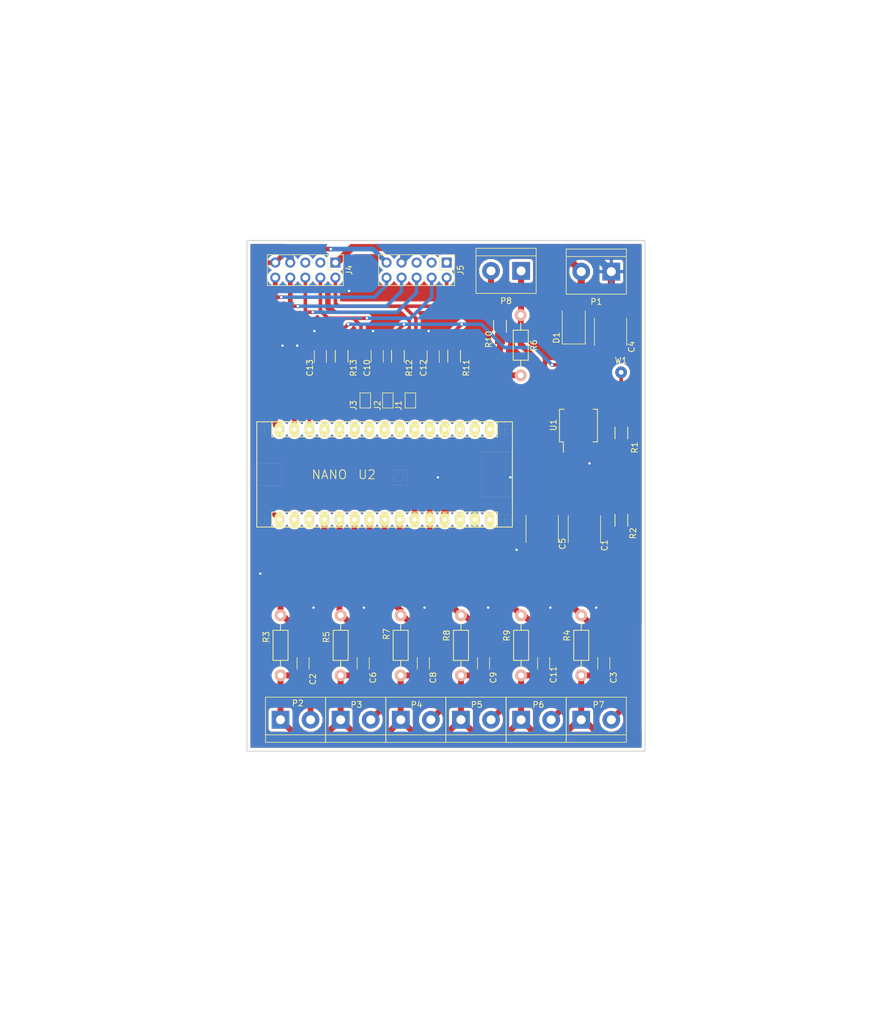
<source format=kicad_pcb>
(kicad_pcb (version 4) (host pcbnew 4.0.7-e2-6376~61~ubuntu18.04.1)
  (layers (0 F.Cu signal) (31 B.Cu signal) (34 B.Paste user) (35 F.Paste user) (36 B.SilkS user) (37 F.SilkS user) (38 B.Mask user) (39 F.Mask user) (44 Edge.Cuts user))
  (net 0 "")
  (net 1 GND)
  (net 2 /intensidad_1)
  (net 3 /v_referencia)
  (net 4 /intensidad_6)
  (net 5 VCC)
  (net 6 /intensidad_2)
  (net 7 /intensidad_3)
  (net 8 /intensidad_4)
  (net 9 /ss)
  (net 10 /intensidad_5)
  (net 11 /vcc_5v)
  (net 12 /esp_d0)
  (net 13 /esp_d1)
  (net 14 /esp_d2)
  (net 15 /mosi)
  (net 16 /miso)
  (net 17 /sck)
  (net 18 /esp_d8)
  (net 19 /esp_d3)
  (net 20 "Net-(U2-Pad2)")
  (net 21 "Net-(U2-Pad3)")
  (net 22 "Net-(U2-Pad4)")
  (net 23 "Net-(U2-Pad30)")
  (net 24 "Net-(U2-Pad28)")
  (net 25 "Net-(U2-Pad18)")
  (net 26 "Net-(U2-Pad17)")
  (net 27 "Net-(U2-Pad1)")
  (net 28 "Net-(U2-Pad5)")
  (net 29 "Net-(U2-Pad6)")
  (net 30 "Net-(U2-Pad7)")
  (net 31 "Net-(U2-Pad8)")
  (net 32 "Net-(U2-Pad9)")
  (net 33 "Net-(U2-Pad10)")
  (net 34 "Net-(U2-Pad11)")
  (net 35 "Net-(U2-Pad12)")
  (net 36 "Net-(J5-Pad1)")
  (net 37 "Net-(J5-Pad3)")
  (net 38 "Net-(J5-Pad5)")
  (net 39 "Net-(P8-Pad2)")
  (net 40 /voltage_1)
  (net 41 /v_25)
  (net 42 "Net-(U1-Pad6)")
  (module Connectors_Terminal_Blocks:TerminalBlock_bornier-2_P5.08mm (layer F.Cu) (at 86.741 154.94)
    (fp_text reference P4 (at 2.667 -2.54) (layer F.SilkS))
    (fp_text value PINZA_3)
    (pad 1 thru_hole rect (at 0 0) (size 3 3) (drill 1.52) (layers *.Cu *.Mask) (net 3 /v_referencia))
    (pad 2 thru_hole circle (at 5.08 0) (size 3 3) (drill 1.52) (layers *.Cu *.Mask) (net 7 /intensidad_3))
  )
  (module Capacitors_SMD:C_1206_HandSoldering (layer F.Cu) (at 82.75 93.536 90)
    (fp_text reference C10 (at -1.968 -1.724 90) (layer F.SilkS))
    (fp_text value 100nF)
    (pad 1 smd rect (at -2 0 90) (size 2 1.6) (layers F.Cu F.Paste F.Mask) (net 13 /esp_d1))
    (pad 2 smd rect (at 2 0 90) (size 2 1.6) (layers F.Cu F.Paste F.Mask) (net 1 GND))
  )
  (module Capacitors_SMD:C_2220_HandSoldering (layer F.Cu) (at 117.75 122.75 270)
    (fp_text reference C1 (at 2.726 -3.408 270) (layer F.SilkS))
    (fp_text value 10uF)
    (pad 1 smd rect (at -3.5 0 270) (size 2.4 5) (layers F.Cu F.Paste F.Mask) (net 41 /v_25))
    (pad 2 smd rect (at 3.5 0 270) (size 2.4 5) (layers F.Cu F.Paste F.Mask) (net 1 GND))
  )
  (module Capacitors_SMD:C_1206_HandSoldering (layer F.Cu) (at 70.231 145.415 270)
    (fp_text reference C2 (at 2.667 -1.651 270) (layer F.SilkS))
    (fp_text value 100nF)
    (pad 1 smd rect (at -2 0 270) (size 2 1.6) (layers F.Cu F.Paste F.Mask) (net 2 /intensidad_1))
    (pad 2 smd rect (at 2 0 270) (size 2 1.6) (layers F.Cu F.Paste F.Mask) (net 3 /v_referencia))
  )
  (module Capacitors_SMD:C_1206_HandSoldering (layer F.Cu) (at 121.031 145.415 270)
    (fp_text reference C3 (at 2.413 -1.651 270) (layer F.SilkS))
    (fp_text value 100nF)
    (pad 1 smd rect (at -2 0 270) (size 2 1.6) (layers F.Cu F.Paste F.Mask) (net 4 /intensidad_6))
    (pad 2 smd rect (at 2 0 270) (size 2 1.6) (layers F.Cu F.Paste F.Mask) (net 3 /v_referencia))
  )
  (module Capacitors_SMD:C_2220_HandSoldering (layer F.Cu) (at 122.174 89.408 90)
    (fp_text reference C4 (at -2.54 3.556 90) (layer F.SilkS))
    (fp_text value 10uF)
    (pad 1 smd rect (at -3.5 0 90) (size 2.4 5) (layers F.Cu F.Paste F.Mask) (net 5 VCC))
    (pad 2 smd rect (at 3.5 0 90) (size 2.4 5) (layers F.Cu F.Paste F.Mask) (net 1 GND))
  )
  (module Capacitors_SMD:C_2220_HandSoldering (layer F.Cu) (at 110.621 122.702 270)
    (fp_text reference C5 (at 2.52 -3.425 270) (layer F.SilkS))
    (fp_text value 10uF)
    (pad 1 smd rect (at -3.5 0 270) (size 2.4 5) (layers F.Cu F.Paste F.Mask) (net 3 /v_referencia))
    (pad 2 smd rect (at 3.5 0 270) (size 2.4 5) (layers F.Cu F.Paste F.Mask) (net 1 GND))
  )
  (module Capacitors_SMD:C_1206_HandSoldering (layer F.Cu) (at 80.391 145.415 270)
    (fp_text reference C6 (at 2.413 -1.651 270) (layer F.SilkS))
    (fp_text value 100nF)
    (pad 1 smd rect (at -2 0 270) (size 2 1.6) (layers F.Cu F.Paste F.Mask) (net 6 /intensidad_2))
    (pad 2 smd rect (at 2 0 270) (size 2 1.6) (layers F.Cu F.Paste F.Mask) (net 3 /v_referencia))
  )
  (module Capacitors_SMD:C_1206_HandSoldering (layer F.Cu) (at 90.551 145.415 270)
    (fp_text reference C8 (at 2.413 -1.651 270) (layer F.SilkS))
    (fp_text value 100nF)
    (pad 1 smd rect (at -2 0 270) (size 2 1.6) (layers F.Cu F.Paste F.Mask) (net 7 /intensidad_3))
    (pad 2 smd rect (at 2 0 270) (size 2 1.6) (layers F.Cu F.Paste F.Mask) (net 3 /v_referencia))
  )
  (module Capacitors_SMD:C_1206_HandSoldering (layer F.Cu) (at 100.711 145.415 270)
    (fp_text reference C9 (at 2.413 -1.651 270) (layer F.SilkS))
    (fp_text value 100nF)
    (pad 1 smd rect (at -2 0 270) (size 2 1.6) (layers F.Cu F.Paste F.Mask) (net 8 /intensidad_4))
    (pad 2 smd rect (at 2 0 270) (size 2 1.6) (layers F.Cu F.Paste F.Mask) (net 3 /v_referencia))
  )
  (module Capacitors_SMD:C_1206_HandSoldering (layer F.Cu) (at 110.871 145.415 270)
    (fp_text reference C11 (at 1.905 -1.651 270) (layer F.SilkS))
    (fp_text value 100nF)
    (pad 1 smd rect (at -2 0 270) (size 2 1.6) (layers F.Cu F.Paste F.Mask) (net 10 /intensidad_5))
    (pad 2 smd rect (at 2 0 270) (size 2 1.6) (layers F.Cu F.Paste F.Mask) (net 3 /v_referencia))
  )
  (module Diodes_SMD:D_2114 (layer F.Cu) (at 115.951 88.011 90)
    (fp_text reference D1 (at -2.413 -2.921 90) (layer F.SilkS))
    (fp_text value schottky)
    (pad 1 smd rect (at -2.325 0 90) (size 2 3) (layers F.Cu F.Paste F.Mask) (net 5 VCC))
    (pad 2 smd rect (at 2.325 0 90) (size 2 3) (layers F.Cu F.Paste F.Mask) (net 11 /vcc_5v))
  )
  (module Connectors:GS2 (layer F.Cu) (at 88.356 101.009 180)
    (fp_text reference J1 (at 1.996 -0.845 270) (layer F.SilkS))
    (fp_text value GS2)
    (pad 1 smd rect (at 0 -0.64 180) (size 1.27 0.97) (layers F.Cu F.Paste F.Mask) (net 9 /ss))
    (pad 2 smd rect (at 0 0.64 180) (size 1.27 0.97) (layers F.Cu F.Paste F.Mask) (net 14 /esp_d2))
  )
  (module Connectors:GS2 (layer F.Cu) (at 84.546 101.009 180)
    (fp_text reference J2 (at 1.742 -0.845 270) (layer F.SilkS))
    (fp_text value GS2)
    (pad 1 smd rect (at 0 -0.64 180) (size 1.27 0.97) (layers F.Cu F.Paste F.Mask) (net 9 /ss))
    (pad 2 smd rect (at 0 0.64 180) (size 1.27 0.97) (layers F.Cu F.Paste F.Mask) (net 13 /esp_d1))
  )
  (module Connectors:GS2 (layer F.Cu) (at 80.736 101.009 180)
    (fp_text reference J3 (at 1.996 -0.845 270) (layer F.SilkS))
    (fp_text value GS2)
    (pad 1 smd rect (at 0 -0.64 180) (size 1.27 0.97) (layers F.Cu F.Paste F.Mask) (net 9 /ss))
    (pad 2 smd rect (at 0 0.64 180) (size 1.27 0.97) (layers F.Cu F.Paste F.Mask) (net 12 /esp_d0))
  )
  (module Connectors_Terminal_Blocks:TerminalBlock_bornier-2_P5.08mm (layer F.Cu) (at 122.301 79.248 180)
    (fp_text reference P1 (at 2.54 -5.08 180) (layer F.SilkS))
    (fp_text value V_IN)
    (pad 1 thru_hole rect (at 0 0 180) (size 3 3) (drill 1.52) (layers *.Cu *.Mask) (net 1 GND))
    (pad 2 thru_hole circle (at 5.08 0 180) (size 3 3) (drill 1.52) (layers *.Cu *.Mask) (net 11 /vcc_5v))
  )
  (module Connectors_Terminal_Blocks:TerminalBlock_bornier-2_P5.08mm (layer F.Cu) (at 66.421 154.94)
    (fp_text reference P2 (at 2.921 -2.794) (layer F.SilkS))
    (fp_text value PINZA_1)
    (pad 1 thru_hole rect (at 0 0) (size 3 3) (drill 1.52) (layers *.Cu *.Mask) (net 3 /v_referencia))
    (pad 2 thru_hole circle (at 5.08 0) (size 3 3) (drill 1.52) (layers *.Cu *.Mask) (net 2 /intensidad_1))
  )
  (module Connectors_Terminal_Blocks:TerminalBlock_bornier-2_P5.08mm (layer F.Cu) (at 76.581 154.94)
    (fp_text reference P3 (at 2.667 -2.54) (layer F.SilkS))
    (fp_text value PINZA_2)
    (pad 1 thru_hole rect (at 0 0) (size 3 3) (drill 1.52) (layers *.Cu *.Mask) (net 3 /v_referencia))
    (pad 2 thru_hole circle (at 5.08 0) (size 3 3) (drill 1.52) (layers *.Cu *.Mask) (net 6 /intensidad_2))
  )
  (module Connectors_Terminal_Blocks:TerminalBlock_bornier-2_P5.08mm (layer F.Cu) (at 96.901 154.94)
    (fp_text reference P5 (at 2.667 -2.54) (layer F.SilkS))
    (fp_text value PINZA_4)
    (pad 1 thru_hole rect (at 0 0) (size 3 3) (drill 1.52) (layers *.Cu *.Mask) (net 3 /v_referencia))
    (pad 2 thru_hole circle (at 5.08 0) (size 3 3) (drill 1.52) (layers *.Cu *.Mask) (net 8 /intensidad_4))
  )
  (module Connectors_Terminal_Blocks:TerminalBlock_bornier-2_P5.08mm (layer F.Cu) (at 107.061 154.94)
    (fp_text reference P6 (at 2.921 -2.54) (layer F.SilkS))
    (fp_text value PINZA_5)
    (pad 1 thru_hole rect (at 0 0) (size 3 3) (drill 1.52) (layers *.Cu *.Mask) (net 3 /v_referencia))
    (pad 2 thru_hole circle (at 5.08 0) (size 3 3) (drill 1.52) (layers *.Cu *.Mask) (net 10 /intensidad_5))
  )
  (module Connectors_Terminal_Blocks:TerminalBlock_bornier-2_P5.08mm (layer F.Cu) (at 117.221 154.94)
    (fp_text reference P7 (at 2.921 -2.54) (layer F.SilkS))
    (fp_text value PINZA_6)
    (pad 1 thru_hole rect (at 0 0) (size 3 3) (drill 1.52) (layers *.Cu *.Mask) (net 3 /v_referencia))
    (pad 2 thru_hole circle (at 5.08 0) (size 3 3) (drill 1.52) (layers *.Cu *.Mask) (net 4 /intensidad_6))
  )
  (module Connectors_Terminal_Blocks:TerminalBlock_bornier-2_P5.08mm (layer F.Cu) (at 107.061 79.121 180)
    (fp_text reference P8 (at 2.54 -5.08 180) (layer F.SilkS))
    (fp_text value PINZA_7)
    (pad 1 thru_hole rect (at 0 0 180) (size 3 3) (drill 1.52) (layers *.Cu *.Mask) (net 3 /v_referencia))
    (pad 2 thru_hole circle (at 5.08 0 180) (size 3 3) (drill 1.52) (layers *.Cu *.Mask) (net 39 "Net-(P8-Pad2)"))
  )
  (module libreria_huellas_proyecto:Resistor_Horizontal_RM10mm (layer F.Cu) (at 66.421 137.287 270)
    (fp_text reference R3 (at 3.683 2.413 270) (layer F.SilkS))
    (fp_text value 10k)
    (pad 1 thru_hole circle (at 0 0 270) (size 1.99898 1.99898) (drill 1.00076) (layers *.Cu *.SilkS *.Mask) (net 2 /intensidad_1))
    (pad 2 thru_hole circle (at 10.16 0 270) (size 1.99898 1.99898) (drill 1.00076) (layers *.Cu *.SilkS *.Mask) (net 3 /v_referencia))
  )
  (module libreria_huellas_proyecto:Resistor_Horizontal_RM10mm (layer F.Cu) (at 117.221 137.287 270)
    (fp_text reference R4 (at 3.429 2.413 270) (layer F.SilkS))
    (fp_text value 10k)
    (pad 1 thru_hole circle (at 0 0 270) (size 1.99898 1.99898) (drill 1.00076) (layers *.Cu *.SilkS *.Mask) (net 4 /intensidad_6))
    (pad 2 thru_hole circle (at 10.16 0 270) (size 1.99898 1.99898) (drill 1.00076) (layers *.Cu *.SilkS *.Mask) (net 3 /v_referencia))
  )
  (module libreria_huellas_proyecto:Resistor_Horizontal_RM10mm (layer F.Cu) (at 76.581 137.287 270)
    (fp_text reference R5 (at 3.683 2.413 270) (layer F.SilkS))
    (fp_text value 10k)
    (pad 1 thru_hole circle (at 0 0 270) (size 1.99898 1.99898) (drill 1.00076) (layers *.Cu *.SilkS *.Mask) (net 6 /intensidad_2))
    (pad 2 thru_hole circle (at 10.16 0 270) (size 1.99898 1.99898) (drill 1.00076) (layers *.Cu *.SilkS *.Mask) (net 3 /v_referencia))
  )
  (module libreria_huellas_proyecto:Resistor_Horizontal_RM10mm (layer F.Cu) (at 86.7156 137.287 270)
    (fp_text reference R7 (at 3.175 2.3876 270) (layer F.SilkS))
    (fp_text value 10k)
    (pad 1 thru_hole circle (at 0 0 270) (size 1.99898 1.99898) (drill 1.00076) (layers *.Cu *.SilkS *.Mask) (net 7 /intensidad_3))
    (pad 2 thru_hole circle (at 10.16 0 270) (size 1.99898 1.99898) (drill 1.00076) (layers *.Cu *.SilkS *.Mask) (net 3 /v_referencia))
  )
  (module libreria_huellas_proyecto:Resistor_Horizontal_RM10mm (layer F.Cu) (at 96.901 137.287 270)
    (fp_text reference R8 (at 3.429 2.413 270) (layer F.SilkS))
    (fp_text value 10k)
    (pad 1 thru_hole circle (at 0 0 270) (size 1.99898 1.99898) (drill 1.00076) (layers *.Cu *.SilkS *.Mask) (net 8 /intensidad_4))
    (pad 2 thru_hole circle (at 10.16 0 270) (size 1.99898 1.99898) (drill 1.00076) (layers *.Cu *.SilkS *.Mask) (net 3 /v_referencia))
  )
  (module libreria_huellas_proyecto:Resistor_Horizontal_RM10mm (layer F.Cu) (at 107.061 137.287 270)
    (fp_text reference R9 (at 3.429 2.413 270) (layer F.SilkS))
    (fp_text value 10k)
    (pad 1 thru_hole circle (at 0 0 270) (size 1.99898 1.99898) (drill 1.00076) (layers *.Cu *.SilkS *.Mask) (net 10 /intensidad_5))
    (pad 2 thru_hole circle (at 10.16 0 270) (size 1.99898 1.99898) (drill 1.00076) (layers *.Cu *.SilkS *.Mask) (net 3 /v_referencia))
  )
  (module Housings_SOIC:SO-8_5.3x6.2mm_Pitch1.27mm (layer F.Cu) (at 116.75 105.25 90)
    (fp_text reference U1 (at 0.094 -4.228 90) (layer F.SilkS))
    (fp_text value LM358)
    (pad 1 smd rect (at -3.7 -1.905 90) (size 1.75 0.55) (layers F.Cu F.Paste F.Mask) (net 3 /v_referencia))
    (pad 2 smd rect (at -3.7 -0.635 90) (size 1.75 0.55) (layers F.Cu F.Paste F.Mask) (net 3 /v_referencia))
    (pad 3 smd rect (at -3.7 0.635 90) (size 1.75 0.55) (layers F.Cu F.Paste F.Mask) (net 41 /v_25))
    (pad 4 smd rect (at -3.7 1.905 90) (size 1.75 0.55) (layers F.Cu F.Paste F.Mask) (net 1 GND))
    (pad 5 smd rect (at 3.7 1.905 90) (size 1.75 0.55) (layers F.Cu F.Paste F.Mask) (net 41 /v_25))
    (pad 6 smd rect (at 3.7 0.635 90) (size 1.75 0.55) (layers F.Cu F.Paste F.Mask) (net 42 "Net-(U1-Pad6)"))
    (pad 7 smd rect (at 3.7 -0.635 90) (size 1.75 0.55) (layers F.Cu F.Paste F.Mask) (net 42 "Net-(U1-Pad6)"))
    (pad 8 smd rect (at 3.7 -1.905 90) (size 1.75 0.55) (layers F.Cu F.Paste F.Mask) (net 5 VCC))
  )
  (module libreria_huellas_proyecto:arduino_nano (layer F.Cu) (at 84 113.5 270)
    (fp_text reference U2 (at 0.038 2.974 360) (layer F.SilkS) (effects (font (size 1.5 1.5))))
    (fp_text value NANO (at 0.038 9.324 360) (layer F.SilkS) (effects (font (size 1.5 1.5))))
    (pad 2 thru_hole oval (at -7.62 -15.24 270) (size 2.286 1.5748) (drill 0.762) (layers *.Cu *.Mask F.SilkS) (net 20 "Net-(U2-Pad2)"))
    (pad 3 thru_hole oval (at -7.62 -12.7 270) (size 2.286 1.5748) (drill 0.762) (layers *.Cu *.Mask F.SilkS) (net 21 "Net-(U2-Pad3)"))
    (pad 4 thru_hole oval (at -7.62 -10.16 270) (size 2.286 1.5748) (drill 0.762) (layers *.Cu *.Mask F.SilkS) (net 22 "Net-(U2-Pad4)"))
    (pad 30 thru_hole oval (at 7.62 -17.78 270) (size 2.286 1.5748) (drill 0.762) (layers *.Cu *.Mask F.SilkS) (net 23 "Net-(U2-Pad30)"))
    (pad 29 thru_hole oval (at 7.62 -15.24 270) (size 2.286 1.5748) (drill 0.762) (layers *.Cu *.Mask F.SilkS) (net 1 GND))
    (pad 28 thru_hole oval (at 7.62 -12.7 270) (size 2.286 1.5748) (drill 0.762) (layers *.Cu *.Mask F.SilkS) (net 24 "Net-(U2-Pad28)"))
    (pad 27 thru_hole oval (at 7.62 -10.16 270) (size 2.286 1.5748) (drill 0.762) (layers *.Cu *.Mask F.SilkS) (net 5 VCC))
    (pad 19 thru_hole oval (at 7.62 10.16 270) (size 2.286 1.5748) (drill 0.762) (layers *.Cu *.Mask F.SilkS) (net 2 /intensidad_1))
    (pad 18 thru_hole oval (at 7.62 12.7 270) (size 2.286 1.5748) (drill 0.762) (layers *.Cu *.Mask F.SilkS) (net 25 "Net-(U2-Pad18)"))
    (pad 17 thru_hole oval (at 7.62 15.24 270) (size 2.286 1.5748) (drill 0.762) (layers *.Cu *.Mask F.SilkS) (net 26 "Net-(U2-Pad17)"))
    (pad 1 thru_hole oval (at -7.62 -17.78 270) (size 2.286 1.5748) (drill 0.762) (layers *.Cu *.Mask F.SilkS) (net 27 "Net-(U2-Pad1)"))
    (pad 5 thru_hole oval (at -7.62 -7.62 270) (size 2.286 1.5748) (drill 0.762) (layers *.Cu *.Mask F.SilkS) (net 28 "Net-(U2-Pad5)"))
    (pad 6 thru_hole oval (at -7.62 -5.08 270) (size 2.286 1.5748) (drill 0.762) (layers *.Cu *.Mask F.SilkS) (net 29 "Net-(U2-Pad6)"))
    (pad 7 thru_hole oval (at -7.62 -2.54 270) (size 2.286 1.5748) (drill 0.762) (layers *.Cu *.Mask F.SilkS) (net 30 "Net-(U2-Pad7)"))
    (pad 8 thru_hole oval (at -7.62 0 270) (size 2.286 1.5748) (drill 0.762) (layers *.Cu *.Mask F.SilkS) (net 31 "Net-(U2-Pad8)"))
    (pad 9 thru_hole oval (at -7.62 2.54 270) (size 2.286 1.5748) (drill 0.762) (layers *.Cu *.Mask F.SilkS) (net 32 "Net-(U2-Pad9)"))
    (pad 10 thru_hole oval (at -7.62 5.08 270) (size 2.286 1.5748) (drill 0.762) (layers *.Cu *.Mask F.SilkS) (net 33 "Net-(U2-Pad10)"))
    (pad 11 thru_hole oval (at -7.62 7.62 270) (size 2.286 1.5748) (drill 0.762) (layers *.Cu *.Mask F.SilkS) (net 34 "Net-(U2-Pad11)"))
    (pad 12 thru_hole oval (at -7.62 10.16 270) (size 2.286 1.5748) (drill 0.762) (layers *.Cu *.Mask F.SilkS) (net 35 "Net-(U2-Pad12)"))
    (pad 13 thru_hole oval (at -7.62 12.7 270) (size 2.286 1.5748) (drill 0.762) (layers *.Cu *.Mask F.SilkS) (net 9 /ss))
    (pad 14 thru_hole oval (at -7.62 15.24 270) (size 2.286 1.5748) (drill 0.762) (layers *.Cu *.Mask F.SilkS) (net 15 /mosi))
    (pad 15 thru_hole oval (at -7.62 17.78 270) (size 2.286 1.5748) (drill 0.762) (layers *.Cu *.Mask F.SilkS) (net 16 /miso))
    (pad 16 thru_hole oval (at 7.62 17.78 270) (size 2.286 1.5748) (drill 0.762) (layers *.Cu *.Mask F.SilkS) (net 17 /sck))
    (pad 20 thru_hole oval (at 7.62 7.62 270) (size 2.286 1.5748) (drill 0.762) (layers *.Cu *.Mask F.SilkS) (net 6 /intensidad_2))
    (pad 21 thru_hole oval (at 7.62 5.08 270) (size 2.286 1.5748) (drill 0.762) (layers *.Cu *.Mask F.SilkS) (net 7 /intensidad_3))
    (pad 22 thru_hole oval (at 7.62 2.54 270) (size 2.286 1.5748) (drill 0.762) (layers *.Cu *.Mask F.SilkS) (net 8 /intensidad_4))
    (pad 23 thru_hole oval (at 7.62 0 270) (size 2.286 1.5748) (drill 0.762) (layers *.Cu *.Mask F.SilkS) (net 10 /intensidad_5))
    (pad 24 thru_hole oval (at 7.62 -2.54 270) (size 2.286 1.5748) (drill 0.762) (layers *.Cu *.Mask F.SilkS) (net 4 /intensidad_6))
    (pad 25 thru_hole oval (at 7.62 -5.08 270) (size 2.286 1.5748) (drill 0.762) (layers *.Cu *.Mask F.SilkS) (net 40 /voltage_1))
    (pad 26 thru_hole oval (at 7.62 -7.62 270) (size 2.286 1.5748) (drill 0.762) (layers *.Cu *.Mask F.SilkS) (net 3 /v_referencia))
  )
  (module Wire_Pads:SolderWirePad_single_0-8mmDrill (layer F.Cu) (at 123.952 96.266)
    (fp_text reference W1 (at -0.02 -2.004) (layer F.SilkS))
    (fp_text value +5V)
    (pad 1 thru_hole circle (at 0 0) (size 1.99898 1.99898) (drill 0.8001) (layers *.Cu *.Mask) (net 5 VCC))
  )
  (module oscar_libreria_huellas:Pin_Header_Straight_2x05_Pitch2.54mm_onsar (layer F.Cu) (at 75.692 77.724 270)
    (fp_text reference J4 (at 1.27 -2.33 270) (layer F.SilkS))
    (fp_text value Conn_02x05_Odd_Even)
    (pad 1 thru_hole rect (at 0 0 270) (size 1.7 1.7) (drill 1) (layers *.Cu *.Mask) (net 11 /vcc_5v))
    (pad 2 thru_hole oval (at 2.54 0 270) (size 1.7 1.7) (drill 1) (layers *.Cu *.Mask) (net 14 /esp_d2))
    (pad 3 thru_hole oval (at 0 2.54 270) (size 1.7 1.7) (drill 1) (layers *.Cu *.Mask) (net 18 /esp_d8))
    (pad 4 thru_hole oval (at 2.54 2.54 270) (size 1.7 1.7) (drill 1) (layers *.Cu *.Mask) (net 13 /esp_d1))
    (pad 5 thru_hole oval (at 0 5.08 270) (size 1.7 1.7) (drill 1) (layers *.Cu *.Mask) (net 19 /esp_d3))
    (pad 6 thru_hole oval (at 2.54 5.08 270) (size 1.7 1.7) (drill 1) (layers *.Cu *.Mask) (net 12 /esp_d0))
    (pad 7 thru_hole oval (at 0 7.62 270) (size 1.7 1.7) (drill 1) (layers *.Cu *.Mask) (net 1 GND))
    (pad 8 thru_hole oval (at 2.54 7.62 270) (size 1.7 1.7) (drill 1) (layers *.Cu *.Mask) (net 15 /mosi))
    (pad 9 thru_hole oval (at 0 10.16 270) (size 1.7 1.7) (drill 1) (layers *.Cu *.Mask) (net 17 /sck))
    (pad 10 thru_hole oval (at 2.54 10.16 270) (size 1.7 1.7) (drill 1) (layers *.Cu *.Mask) (net 16 /miso))
  )
  (module oscar_libreria_huellas:Pin_Header_Straight_2x05_Pitch2.54mm_onsar (layer F.Cu) (at 94.488 77.724 270)
    (fp_text reference J5 (at 1.27 -2.33 270) (layer F.SilkS))
    (fp_text value Conn_02x05_Odd_Even)
    (pad 1 thru_hole rect (at 0 0 270) (size 1.7 1.7) (drill 1) (layers *.Cu *.Mask) (net 36 "Net-(J5-Pad1)"))
    (pad 2 thru_hole oval (at 2.54 0 270) (size 1.7 1.7) (drill 1) (layers *.Cu *.Mask) (net 14 /esp_d2))
    (pad 3 thru_hole oval (at 0 2.54 270) (size 1.7 1.7) (drill 1) (layers *.Cu *.Mask) (net 37 "Net-(J5-Pad3)"))
    (pad 4 thru_hole oval (at 2.54 2.54 270) (size 1.7 1.7) (drill 1) (layers *.Cu *.Mask) (net 13 /esp_d1))
    (pad 5 thru_hole oval (at 0 5.08 270) (size 1.7 1.7) (drill 1) (layers *.Cu *.Mask) (net 38 "Net-(J5-Pad5)"))
    (pad 6 thru_hole oval (at 2.54 5.08 270) (size 1.7 1.7) (drill 1) (layers *.Cu *.Mask) (net 12 /esp_d0))
    (pad 7 thru_hole oval (at 0 7.62 270) (size 1.7 1.7) (drill 1) (layers *.Cu *.Mask) (net 1 GND))
    (pad 8 thru_hole oval (at 2.54 7.62 270) (size 1.7 1.7) (drill 1) (layers *.Cu *.Mask) (net 15 /mosi))
    (pad 9 thru_hole oval (at 0 10.16 270) (size 1.7 1.7) (drill 1) (layers *.Cu *.Mask) (net 17 /sck))
    (pad 10 thru_hole oval (at 2.54 10.16 270) (size 1.7 1.7) (drill 1) (layers *.Cu *.Mask) (net 16 /miso))
  )
  (module Resistors_SMD:R_1206_HandSoldering (layer F.Cu) (at 124 106.5 270)
    (fp_text reference R1 (at 2.466 -2.238 270) (layer F.SilkS))
    (fp_text value 4K7)
    (pad 1 smd rect (at -2 0 270) (size 2 1.7) (layers F.Cu F.Paste F.Mask) (net 5 VCC))
    (pad 2 smd rect (at 2 0 270) (size 2 1.7) (layers F.Cu F.Paste F.Mask) (net 41 /v_25))
  )
  (module Resistors_SMD:R_1206_HandSoldering (layer F.Cu) (at 124 121.25 270)
    (fp_text reference R2 (at 2.194 -1.984 270) (layer F.SilkS))
    (fp_text value 4K7)
    (pad 1 smd rect (at -2 0 270) (size 2 1.7) (layers F.Cu F.Paste F.Mask) (net 41 /v_25))
    (pad 2 smd rect (at 2 0 270) (size 2 1.7) (layers F.Cu F.Paste F.Mask) (net 1 GND))
  )
  (module libreria_huellas_proyecto:Resistor_Horizontal_RM10mm (layer F.Cu) (at 107 96.75 90)
    (fp_text reference R6 (at 5.056 2.22 90) (layer F.SilkS))
    (fp_text value 1k)
    (pad 1 thru_hole circle (at 0 0 90) (size 1.99898 1.99898) (drill 1.00076) (layers *.Cu *.SilkS *.Mask) (net 40 /voltage_1))
    (pad 2 thru_hole circle (at 10.16 0 90) (size 1.99898 1.99898) (drill 1.00076) (layers *.Cu *.SilkS *.Mask) (net 3 /v_referencia))
  )
  (module Resistors_SMD:R_1206_HandSoldering (layer F.Cu) (at 103.5 88.5 90)
    (fp_text reference R10 (at -2.178 -1.9 90) (layer F.SilkS))
    (fp_text value 10k)
    (pad 1 smd rect (at -2 0 90) (size 2 1.7) (layers F.Cu F.Paste F.Mask) (net 40 /voltage_1))
    (pad 2 smd rect (at 2 0 90) (size 2 1.7) (layers F.Cu F.Paste F.Mask) (net 39 "Net-(P8-Pad2)"))
  )
  (module Resistors_SMD:R_1206_HandSoldering (layer F.Cu) (at 95.75 93.536 270)
    (fp_text reference R11 (at 1.968 -2.04 270) (layer F.SilkS))
    (fp_text value 4K7)
    (pad 1 smd rect (at -2 0 270) (size 2 1.7) (layers F.Cu F.Paste F.Mask) (net 5 VCC))
    (pad 2 smd rect (at 2 0 270) (size 2 1.7) (layers F.Cu F.Paste F.Mask) (net 14 /esp_d2))
  )
  (module Resistors_SMD:R_1206_HandSoldering (layer F.Cu) (at 86.25 93.536 270)
    (fp_text reference R12 (at 1.968 -1.888 270) (layer F.SilkS))
    (fp_text value 4K7)
    (pad 1 smd rect (at -2 0 270) (size 2 1.7) (layers F.Cu F.Paste F.Mask) (net 5 VCC))
    (pad 2 smd rect (at 2 0 270) (size 2 1.7) (layers F.Cu F.Paste F.Mask) (net 13 /esp_d1))
  )
  (module Resistors_SMD:R_1206_HandSoldering (layer F.Cu) (at 76.75 93.536 270)
    (fp_text reference R13 (at 1.968 -1.99 270) (layer F.SilkS))
    (fp_text value 4K7)
    (pad 1 smd rect (at -2 0 270) (size 2 1.7) (layers F.Cu F.Paste F.Mask) (net 5 VCC))
    (pad 2 smd rect (at 2 0 270) (size 2 1.7) (layers F.Cu F.Paste F.Mask) (net 12 /esp_d0))
  )
  (module Capacitors_SMD:C_1206_HandSoldering (layer F.Cu) (at 73.152 93.599 90)
    (fp_text reference C13 (at -1.905 -1.778 90) (layer F.SilkS))
    (fp_text value 100nF)
    (pad 1 smd rect (at -2 0 90) (size 2 1.6) (layers F.Cu F.Paste F.Mask) (net 12 /esp_d0))
    (pad 2 smd rect (at 2 0 90) (size 2 1.6) (layers F.Cu F.Paste F.Mask) (net 1 GND))
  )
  (module Capacitors_SMD:C_1206_HandSoldering (layer F.Cu) (at 92.202 93.599 90)
    (fp_text reference C12 (at -1.905 -1.651 90) (layer F.SilkS))
    (fp_text value 100nF)
    (pad 1 smd rect (at -2 0 90) (size 2 1.6) (layers F.Cu F.Paste F.Mask) (net 14 /esp_d2))
    (pad 2 smd rect (at 2 0 90) (size 2 1.6) (layers F.Cu F.Paste F.Mask) (net 1 GND))
  )
  (gr_line (start 60.75 160.25) (end 60.75 74) (angle 90) (layer Edge.Cuts) (width 0.15))
  (gr_line (start 128 160.25) (end 60.75 160.25) (angle 90) (layer Edge.Cuts) (width 0.15))
  (gr_line (start 128 74) (end 128 160.25) (angle 90) (layer Edge.Cuts) (width 0.15))
  (gr_line (start 60.75 74) (end 128 74) (angle 90) (layer Edge.Cuts) (width 0.15))
  (gr_line (start 60.75 74) (end 128 74) (angle 90) (layer Edge.Cuts) (width 0.15))
  (segment (start 91.25 115.824) (end 91.25 115.75) (width 0.8) (layer B.Cu) (net 1))
  (segment (start 93 114) (end 94 113) (width 0.8) (layer F.Cu) (net 1))
  (via (at 93 114) (size 0.6) (drill 0.4) (layers F.Cu B.Cu) (net 1))
  (segment (start 91.25 115.75) (end 93 114) (width 0.8) (layer B.Cu) (net 1))
  (segment (start 103.5 115.824) (end 103.5 115.75) (width 0.8) (layer B.Cu) (net 1))
  (segment (start 105.25 114) (end 106 113.25) (width 0.8) (layer F.Cu) (net 1))
  (via (at 105.25 114) (size 0.6) (drill 0.4) (layers F.Cu B.Cu) (net 1))
  (segment (start 103.5 115.75) (end 105.25 114) (width 0.8) (layer B.Cu) (net 1))
  (segment (start 62.992 82.5) (end 78 82.5) (width 0.8) (layer B.Cu) (net 1))
  (segment (start 78 82.5) (end 79.25 81.25) (width 0.8) (layer F.Cu) (net 1))
  (via (at 78 82.5) (size 0.6) (drill 0.4) (layers F.Cu B.Cu) (net 1))
  (segment (start 63.102 127.5) (end 63.102 130.148) (width 1.2) (layer B.Cu) (net 1))
  (segment (start 63 130.25) (end 63 132.75) (width 1.2) (layer F.Cu) (net 1))
  (via (at 63 130.25) (size 0.6) (drill 0.4) (layers F.Cu B.Cu) (net 1))
  (segment (start 63.102 130.148) (end 63 130.25) (width 1.2) (layer B.Cu) (net 1))
  (segment (start 117.25 133.75) (end 117.5 133.75) (width 1.2) (layer B.Cu) (net 1))
  (segment (start 112 133.75) (end 117.25 133.75) (width 1.2) (layer B.Cu) (net 1))
  (segment (start 119.75 136) (end 122.25 138.5) (width 1.2) (layer F.Cu) (net 1))
  (via (at 119.75 136) (size 0.6) (drill 0.4) (layers F.Cu B.Cu) (net 1))
  (segment (start 117.5 133.75) (end 119.75 136) (width 1.2) (layer B.Cu) (net 1))
  (segment (start 112 133.75) (end 112 136) (width 1.2) (layer B.Cu) (net 1))
  (segment (start 112 136) (end 112 138.5) (width 1.2) (layer F.Cu) (net 1))
  (via (at 112 136) (size 0.6) (drill 0.4) (layers F.Cu B.Cu) (net 1))
  (segment (start 101.5 133.75) (end 101.5 136) (width 1.2) (layer B.Cu) (net 1))
  (segment (start 101.5 136) (end 101.5 138.5) (width 1.2) (layer F.Cu) (net 1))
  (via (at 101.5 136) (size 0.6) (drill 0.4) (layers F.Cu B.Cu) (net 1))
  (segment (start 90.75 133.75) (end 90.75 136) (width 1.2) (layer B.Cu) (net 1))
  (segment (start 90.75 136) (end 90.75 138.5) (width 1.2) (layer F.Cu) (net 1))
  (via (at 90.75 136) (size 0.6) (drill 0.4) (layers F.Cu B.Cu) (net 1))
  (segment (start 80.5 133.75) (end 80.5 136) (width 1.2) (layer B.Cu) (net 1))
  (segment (start 80.5 136) (end 80.5 138.5) (width 1.2) (layer F.Cu) (net 1))
  (via (at 80.5 136) (size 0.6) (drill 0.4) (layers F.Cu B.Cu) (net 1))
  (segment (start 72 133.75) (end 72 136) (width 1.2) (layer B.Cu) (net 1))
  (segment (start 72 136) (end 72 138.5) (width 1.2) (layer F.Cu) (net 1))
  (via (at 72 136) (size 0.6) (drill 0.4) (layers F.Cu B.Cu) (net 1))
  (segment (start 63.102 113.648) (end 63.102 127.5) (width 1.2) (layer B.Cu) (net 1))
  (segment (start 63.102 127.5) (end 63.102 127.852) (width 1.2) (layer B.Cu) (net 1))
  (segment (start 108.75 133.75) (end 112 133.75) (width 1.2) (layer B.Cu) (net 1))
  (segment (start 99.75 133.75) (end 101.5 133.75) (width 1.2) (layer B.Cu) (net 1))
  (segment (start 101.5 133.75) (end 108.75 133.75) (width 1.2) (layer B.Cu) (net 1))
  (segment (start 69 133.75) (end 72 133.75) (width 1.2) (layer B.Cu) (net 1))
  (segment (start 72 133.75) (end 80.5 133.75) (width 1.2) (layer B.Cu) (net 1))
  (segment (start 80.5 133.75) (end 90.75 133.75) (width 1.2) (layer B.Cu) (net 1))
  (segment (start 90.75 133.75) (end 99.75 133.75) (width 1.2) (layer B.Cu) (net 1))
  (segment (start 63.102 127.852) (end 69 133.75) (width 1.2) (layer B.Cu) (net 1))
  (segment (start 69.25 89.281) (end 69.25 91.75) (width 0.6) (layer B.Cu) (net 1))
  (segment (start 69.25 91.75) (end 69.25 93.75) (width 0.6) (layer F.Cu) (net 1))
  (via (at 69.25 91.75) (size 0.6) (drill 0.4) (layers F.Cu B.Cu) (net 1))
  (segment (start 66.75 89.281) (end 66.75 91.75) (width 0.6) (layer B.Cu) (net 1))
  (segment (start 66.75 91.75) (end 66.75 93.75) (width 0.6) (layer F.Cu) (net 1))
  (via (at 66.75 91.75) (size 0.6) (drill 0.4) (layers F.Cu B.Cu) (net 1))
  (segment (start 73.152 91.599) (end 73.152 90.297) (width 0.6) (layer F.Cu) (net 1))
  (via (at 72.136 89.281) (size 0.6) (drill 0.4) (layers F.Cu B.Cu) (net 1))
  (segment (start 73.152 90.297) (end 72.136 89.281) (width 0.6) (layer F.Cu) (net 1))
  (segment (start 82.75 91.536) (end 82.75 89.989) (width 0.6) (layer F.Cu) (net 1))
  (via (at 82.042 89.281) (size 0.6) (drill 0.4) (layers F.Cu B.Cu) (net 1))
  (segment (start 82.75 89.989) (end 82.042 89.281) (width 0.6) (layer F.Cu) (net 1))
  (segment (start 92.202 91.599) (end 92.202 90.043) (width 0.6) (layer F.Cu) (net 1))
  (segment (start 92.202 90.043) (end 91.44 89.281) (width 0.6) (layer F.Cu) (net 1))
  (via (at 91.44 89.281) (size 0.6) (drill 0.4) (layers F.Cu B.Cu) (net 1))
  (segment (start 91.44 89.281) (end 82.042 89.281) (width 0.6) (layer B.Cu) (net 1))
  (segment (start 66.421 89.281) (end 62.992 92.71) (width 0.6) (layer B.Cu) (net 1))
  (segment (start 72.136 89.281) (end 69.25 89.281) (width 0.6) (layer B.Cu) (net 1))
  (segment (start 69.25 89.281) (end 66.75 89.281) (width 0.6) (layer B.Cu) (net 1))
  (segment (start 66.75 89.281) (end 67 89.281) (width 0.6) (layer B.Cu) (net 1))
  (segment (start 67 89.281) (end 66.421 89.281) (width 0.6) (layer B.Cu) (net 1))
  (segment (start 82.042 89.281) (end 75.057 89.281) (width 0.6) (layer B.Cu) (net 1))
  (segment (start 75.057 89.281) (end 72.136 89.281) (width 0.6) (layer B.Cu) (net 1))
  (segment (start 86.868 77.724) (end 86.868 77.47) (width 1.2) (layer B.Cu) (net 1))
  (segment (start 86.868 77.47) (end 89.154 75.184) (width 1.2) (layer B.Cu) (net 1))
  (segment (start 89.154 75.184) (end 118.237 75.184) (width 1.2) (layer B.Cu) (net 1))
  (segment (start 118.237 75.184) (end 122.301 79.248) (width 1.2) (layer B.Cu) (net 1))
  (segment (start 101.346 115.824) (end 91.25 115.824) (width 1.2) (layer B.Cu) (net 1))
  (segment (start 91.25 115.824) (end 65.278 115.824) (width 1.2) (layer B.Cu) (net 1))
  (segment (start 65.278 115.824) (end 63.102 113.648) (width 1.2) (layer B.Cu) (net 1))
  (segment (start 63.102 113.648) (end 62.992 113.538) (width 1.2) (layer B.Cu) (net 1))
  (segment (start 62.992 113.538) (end 62.992 92.71) (width 1.2) (layer B.Cu) (net 1))
  (segment (start 68.072 76.835) (end 68.072 77.724) (width 1.2) (layer B.Cu) (net 1))
  (segment (start 62.992 92.71) (end 62.992 82.5) (width 1.2) (layer B.Cu) (net 1))
  (segment (start 62.992 82.5) (end 62.992 76.327) (width 1.2) (layer B.Cu) (net 1))
  (segment (start 62.992 76.327) (end 63.881 75.438) (width 1.2) (layer B.Cu) (net 1))
  (segment (start 63.881 75.438) (end 66.675 75.438) (width 1.2) (layer B.Cu) (net 1))
  (segment (start 66.675 75.438) (end 68.072 76.835) (width 1.2) (layer B.Cu) (net 1))
  (segment (start 118.655 108.95) (end 118.655 111.596) (width 0.6) (layer F.Cu) (net 1))
  (segment (start 118.655 111.596) (end 118.618 111.633) (width 0.6) (layer F.Cu) (net 1))
  (via (at 118.618 111.633) (size 0.6) (drill 0.4) (layers F.Cu B.Cu) (net 1))
  (segment (start 118.618 111.633) (end 114.427 115.824) (width 1.2) (layer B.Cu) (net 1))
  (segment (start 114.427 115.824) (end 103.5 115.824) (width 1.2) (layer B.Cu) (net 1))
  (segment (start 103.5 115.824) (end 102.87 115.824) (width 1.2) (layer B.Cu) (net 1))
  (segment (start 99.24 117.803) (end 99.24 121.12) (width 1.2) (layer B.Cu) (net 1))
  (segment (start 102.87 115.824) (end 101.346 115.824) (width 1.2) (layer B.Cu) (net 1))
  (segment (start 101.346 115.824) (end 101.219 115.824) (width 1.2) (layer B.Cu) (net 1))
  (segment (start 101.219 115.824) (end 99.24 117.803) (width 1.2) (layer B.Cu) (net 1))
  (segment (start 110.621 126.202) (end 106.335 126.202) (width 1.2) (layer F.Cu) (net 1))
  (segment (start 99.24 123.37) (end 99.24 121.12) (width 1.2) (layer B.Cu) (net 1))
  (segment (start 102.108 126.238) (end 99.24 123.37) (width 1.2) (layer B.Cu) (net 1))
  (segment (start 106.299 126.238) (end 102.108 126.238) (width 1.2) (layer B.Cu) (net 1))
  (via (at 106.299 126.238) (size 0.6) (drill 0.4) (layers F.Cu B.Cu) (net 1))
  (segment (start 106.335 126.202) (end 106.299 126.238) (width 1.2) (layer F.Cu) (net 1))
  (segment (start 124 123.25) (end 124 122.888) (width 1.2) (layer F.Cu) (net 1))
  (segment (start 124 122.888) (end 126.746 120.142) (width 1.2) (layer F.Cu) (net 1))
  (segment (start 126.746 90.48) (end 122.174 85.908) (width 1.2) (layer F.Cu) (net 1))
  (segment (start 126.746 120.142) (end 126.746 90.48) (width 1.2) (layer F.Cu) (net 1))
  (segment (start 117.75 126.25) (end 121 126.25) (width 1.2) (layer F.Cu) (net 1))
  (segment (start 121 126.25) (end 124 123.25) (width 1.2) (layer F.Cu) (net 1))
  (segment (start 110.621 126.202) (end 117.702 126.202) (width 1.2) (layer F.Cu) (net 1))
  (segment (start 117.702 126.202) (end 117.75 126.25) (width 1.2) (layer F.Cu) (net 1))
  (segment (start 122.301 79.248) (end 122.301 85.781) (width 1.2) (layer F.Cu) (net 1))
  (segment (start 122.301 85.781) (end 122.174 85.908) (width 1.2) (layer F.Cu) (net 1))
  (segment (start 82.75 91.536) (end 82.75 91.494) (width 0.6) (layer F.Cu) (net 1))
  (segment (start 73.152 91.599) (end 73.152 91.567) (width 0.6) (layer F.Cu) (net 1))
  (segment (start 92.202 91.313) (end 92.202 91.599) (width 0.6) (layer F.Cu) (net 1))
  (segment (start 71.501 154.94) (end 71.501 150.999) (width 1) (layer F.Cu) (net 2))
  (segment (start 73 143.5) (end 70.231 140.731) (width 1) (layer F.Cu) (net 2))
  (segment (start 73 149.5) (end 73 143.5) (width 1) (layer F.Cu) (net 2))
  (segment (start 71.501 150.999) (end 73 149.5) (width 1) (layer F.Cu) (net 2))
  (segment (start 66.421 137.287) (end 66.787 137.287) (width 1) (layer F.Cu) (net 2))
  (segment (start 66.787 137.287) (end 70.231 140.731) (width 1) (layer F.Cu) (net 2))
  (segment (start 70.231 140.731) (end 70.231 143.415) (width 1) (layer F.Cu) (net 2))
  (segment (start 73.84 121.12) (end 73.84 124.16) (width 1) (layer F.Cu) (net 2))
  (segment (start 66.421 131.579) (end 66.421 137.287) (width 1) (layer F.Cu) (net 2))
  (segment (start 73.84 124.16) (end 66.421 131.579) (width 1) (layer F.Cu) (net 2))
  (segment (start 107 86.59) (end 107 91.506) (width 1) (layer F.Cu) (net 3))
  (segment (start 91.62 117.93) (end 91.62 121.12) (width 1) (layer F.Cu) (net 3))
  (segment (start 94.996 114.554) (end 91.62 117.93) (width 1) (layer F.Cu) (net 3))
  (segment (start 102.616 114.554) (end 94.996 114.554) (width 1) (layer F.Cu) (net 3))
  (segment (start 107.95 109.22) (end 102.616 114.554) (width 1) (layer F.Cu) (net 3))
  (segment (start 107.95 99.822) (end 107.95 109.22) (width 1) (layer F.Cu) (net 3))
  (segment (start 109.728 98.044) (end 107.95 99.822) (width 1) (layer F.Cu) (net 3))
  (segment (start 109.728 94.234) (end 109.728 98.044) (width 1) (layer F.Cu) (net 3))
  (segment (start 107 91.506) (end 109.728 94.234) (width 1) (layer F.Cu) (net 3))
  (segment (start 110.621 119.202) (end 110.621 121.129) (width 1) (layer F.Cu) (net 3))
  (segment (start 103.75 122.75) (end 101.75 124.75) (width 1) (layer F.Cu) (net 3))
  (segment (start 109 122.75) (end 103.75 122.75) (width 1) (layer F.Cu) (net 3))
  (segment (start 110.621 121.129) (end 109 122.75) (width 1) (layer F.Cu) (net 3))
  (segment (start 76.581 154.94) (end 76.56 154.94) (width 1) (layer F.Cu) (net 3))
  (segment (start 76.56 154.94) (end 73.5 158) (width 1) (layer F.Cu) (net 3))
  (segment (start 69.481 158) (end 66.421 154.94) (width 1) (layer F.Cu) (net 3))
  (segment (start 73.5 158) (end 69.481 158) (width 1) (layer F.Cu) (net 3))
  (segment (start 86.741 154.94) (end 86.741 155.009) (width 1) (layer F.Cu) (net 3))
  (segment (start 86.741 155.009) (end 83.75 158) (width 1) (layer F.Cu) (net 3))
  (segment (start 79.641 158) (end 76.581 154.94) (width 1) (layer F.Cu) (net 3))
  (segment (start 83.75 158) (end 79.641 158) (width 1) (layer F.Cu) (net 3))
  (segment (start 96.901 154.94) (end 96.81 154.94) (width 1) (layer F.Cu) (net 3))
  (segment (start 96.81 154.94) (end 93.75 158) (width 1) (layer F.Cu) (net 3))
  (segment (start 89.801 158) (end 86.741 154.94) (width 1) (layer F.Cu) (net 3))
  (segment (start 93.75 158) (end 89.801 158) (width 1) (layer F.Cu) (net 3))
  (segment (start 107.061 154.94) (end 107.06 154.94) (width 1) (layer F.Cu) (net 3))
  (segment (start 107.06 154.94) (end 104 158) (width 1) (layer F.Cu) (net 3))
  (segment (start 99.961 158) (end 96.901 154.94) (width 1) (layer F.Cu) (net 3))
  (segment (start 104 158) (end 99.961 158) (width 1) (layer F.Cu) (net 3))
  (segment (start 117.221 154.94) (end 116.81 154.94) (width 1) (layer F.Cu) (net 3))
  (segment (start 116.81 154.94) (end 113.75 158) (width 1) (layer F.Cu) (net 3))
  (segment (start 110.121 158) (end 107.061 154.94) (width 1) (layer F.Cu) (net 3))
  (segment (start 113.75 158) (end 110.121 158) (width 1) (layer F.Cu) (net 3))
  (segment (start 117.221 154.94) (end 117.69 154.94) (width 1) (layer F.Cu) (net 3))
  (segment (start 117.69 154.94) (end 121 158.25) (width 1) (layer F.Cu) (net 3))
  (segment (start 121 158.25) (end 124.25 158.25) (width 1) (layer F.Cu) (net 3))
  (segment (start 124.25 158.25) (end 126.75 155.75) (width 1) (layer F.Cu) (net 3))
  (segment (start 126.75 155.75) (end 126.75 139.75) (width 1) (layer F.Cu) (net 3))
  (segment (start 126.75 139.75) (end 117.5 130.5) (width 1) (layer F.Cu) (net 3))
  (segment (start 117.5 130.5) (end 107.5 130.5) (width 1) (layer F.Cu) (net 3))
  (segment (start 107.5 130.5) (end 101.75 124.75) (width 1) (layer F.Cu) (net 3))
  (segment (start 91.62 123.12) (end 91.62 121.12) (width 1) (layer F.Cu) (net 3))
  (segment (start 93.25 124.75) (end 91.62 123.12) (width 1) (layer F.Cu) (net 3))
  (segment (start 101.75 124.75) (end 93.25 124.75) (width 1) (layer F.Cu) (net 3))
  (segment (start 116.115 108.95) (end 116.115 110.635) (width 0.6) (layer F.Cu) (net 3))
  (segment (start 116.115 110.635) (end 114.845 111.905) (width 0.6) (layer F.Cu) (net 3))
  (segment (start 114.845 108.95) (end 114.845 111.905) (width 0.6) (layer F.Cu) (net 3))
  (segment (start 110.621 116.129) (end 110.621 119.202) (width 0.6) (layer F.Cu) (net 3))
  (segment (start 114.845 111.905) (end 110.621 116.129) (width 0.6) (layer F.Cu) (net 3))
  (segment (start 107 86.59) (end 107.34 86.59) (width 1) (layer F.Cu) (net 3))
  (segment (start 107.061 79.121) (end 107.061 86.529) (width 1) (layer F.Cu) (net 3))
  (segment (start 107.061 86.529) (end 107 86.59) (width 1) (layer F.Cu) (net 3))
  (segment (start 117.221 147.447) (end 120.999 147.447) (width 1) (layer F.Cu) (net 3))
  (segment (start 120.999 147.447) (end 121.031 147.415) (width 1) (layer F.Cu) (net 3))
  (segment (start 86.7156 147.447) (end 90.519 147.447) (width 1) (layer F.Cu) (net 3))
  (segment (start 90.519 147.447) (end 90.551 147.415) (width 1) (layer F.Cu) (net 3))
  (segment (start 76.581 147.447) (end 80.359 147.447) (width 1) (layer F.Cu) (net 3))
  (segment (start 80.359 147.447) (end 80.391 147.415) (width 1) (layer F.Cu) (net 3))
  (segment (start 66.421 147.447) (end 70.199 147.447) (width 1) (layer F.Cu) (net 3))
  (segment (start 70.199 147.447) (end 70.231 147.415) (width 1) (layer F.Cu) (net 3))
  (segment (start 96.901 147.447) (end 100.679 147.447) (width 1) (layer F.Cu) (net 3))
  (segment (start 100.679 147.447) (end 100.711 147.415) (width 1) (layer F.Cu) (net 3))
  (segment (start 107.061 147.447) (end 110.839 147.447) (width 1) (layer F.Cu) (net 3))
  (segment (start 110.839 147.447) (end 110.871 147.415) (width 1) (layer F.Cu) (net 3))
  (segment (start 117.221 147.447) (end 117.221 154.94) (width 1) (layer F.Cu) (net 3))
  (segment (start 107.061 147.447) (end 107.061 154.94) (width 1) (layer F.Cu) (net 3))
  (segment (start 96.901 147.447) (end 96.901 154.94) (width 1) (layer F.Cu) (net 3))
  (segment (start 86.7156 147.447) (end 86.7156 154.9146) (width 1) (layer F.Cu) (net 3))
  (segment (start 86.7156 154.9146) (end 86.741 154.94) (width 1) (layer F.Cu) (net 3))
  (segment (start 76.581 147.447) (end 76.581 154.94) (width 1) (layer F.Cu) (net 3))
  (segment (start 66.421 147.447) (end 66.421 154.94) (width 1) (layer F.Cu) (net 3))
  (segment (start 86.54 121.12) (end 86.54 123.54) (width 1) (layer F.Cu) (net 4))
  (segment (start 113.684 133.75) (end 117.221 137.287) (width 1) (layer F.Cu) (net 4))
  (segment (start 107 133.75) (end 113.684 133.75) (width 1) (layer F.Cu) (net 4))
  (segment (start 100.5 127.25) (end 107 133.75) (width 1) (layer F.Cu) (net 4))
  (segment (start 90.25 127.25) (end 100.5 127.25) (width 1) (layer F.Cu) (net 4))
  (segment (start 86.54 123.54) (end 90.25 127.25) (width 1) (layer F.Cu) (net 4))
  (segment (start 121.031 143.415) (end 121.031 141.031) (width 1) (layer F.Cu) (net 4))
  (segment (start 121.031 141.031) (end 121 141) (width 1) (layer F.Cu) (net 4))
  (segment (start 117.221 137.287) (end 117.287 137.287) (width 1) (layer F.Cu) (net 4))
  (segment (start 117.287 137.287) (end 121 141) (width 1) (layer F.Cu) (net 4))
  (segment (start 121 141) (end 124 144) (width 1) (layer F.Cu) (net 4))
  (segment (start 124 153.241) (end 122.301 154.94) (width 1) (layer F.Cu) (net 4))
  (segment (start 124 144) (end 124 153.241) (width 1) (layer F.Cu) (net 4))
  (segment (start 95.75 91.536) (end 95.75 89.416) (width 0.6) (layer F.Cu) (net 5))
  (via (at 97.028 88.138) (size 0.6) (drill 0.4) (layers F.Cu B.Cu) (net 5))
  (segment (start 95.75 89.416) (end 97.028 88.138) (width 0.6) (layer F.Cu) (net 5))
  (segment (start 86.25 91.536) (end 86.25 89.137) (width 0.6) (layer F.Cu) (net 5))
  (via (at 87.249 88.138) (size 0.6) (drill 0.4) (layers F.Cu B.Cu) (net 5))
  (segment (start 86.25 89.137) (end 87.249 88.138) (width 0.6) (layer F.Cu) (net 5))
  (segment (start 76.75 91.536) (end 76.75 89.239) (width 0.6) (layer F.Cu) (net 5))
  (segment (start 112.272 95) (end 115.951 95) (width 0.6) (layer F.Cu) (net 5))
  (segment (start 112.268 94.996) (end 112.272 95) (width 0.6) (layer F.Cu) (net 5))
  (via (at 112.268 94.996) (size 0.6) (drill 0.4) (layers F.Cu B.Cu) (net 5))
  (segment (start 109.347 92.075) (end 112.268 94.996) (width 0.6) (layer B.Cu) (net 5))
  (segment (start 104.267 92.075) (end 109.347 92.075) (width 0.6) (layer B.Cu) (net 5))
  (segment (start 100.33 88.138) (end 104.267 92.075) (width 0.6) (layer B.Cu) (net 5))
  (segment (start 77.851 88.138) (end 87.249 88.138) (width 0.6) (layer B.Cu) (net 5))
  (segment (start 87.249 88.138) (end 97.028 88.138) (width 0.6) (layer B.Cu) (net 5))
  (segment (start 97.028 88.138) (end 100.33 88.138) (width 0.6) (layer B.Cu) (net 5))
  (via (at 77.851 88.138) (size 0.6) (drill 0.4) (layers F.Cu B.Cu) (net 5))
  (segment (start 76.75 89.239) (end 77.851 88.138) (width 0.6) (layer F.Cu) (net 5))
  (segment (start 123.952 96.266) (end 123.952 98.952) (width 0.6) (layer F.Cu) (net 5))
  (segment (start 123.952 98.952) (end 123.952 98.679) (width 0.6) (layer F.Cu) (net 5))
  (segment (start 123.952 98.679) (end 123.952 98.952) (width 0.6) (layer F.Cu) (net 5))
  (segment (start 124 104.5) (end 124 99) (width 0.6) (layer F.Cu) (net 5))
  (segment (start 124 99) (end 123.952 98.952) (width 0.6) (layer F.Cu) (net 5))
  (segment (start 123.952 98.952) (end 120 95) (width 0.6) (layer F.Cu) (net 5))
  (segment (start 114.845 101.55) (end 114.845 96.155) (width 0.6) (layer F.Cu) (net 5))
  (segment (start 114.845 96.155) (end 114.75 96.25) (width 0.6) (layer F.Cu) (net 5))
  (segment (start 115.951 95) (end 120 95) (width 1.2) (layer F.Cu) (net 5))
  (segment (start 120 95) (end 120.082 95) (width 1.2) (layer F.Cu) (net 5))
  (segment (start 120.082 95) (end 122.174 92.908) (width 1.2) (layer F.Cu) (net 5))
  (segment (start 115.951 90.336) (end 115.951 95) (width 1.2) (layer F.Cu) (net 5))
  (segment (start 115.951 95) (end 115.951 95.049) (width 1.2) (layer F.Cu) (net 5))
  (segment (start 94.16 119.84) (end 94.16 121.12) (width 1.2) (layer F.Cu) (net 5))
  (segment (start 96.75 117.25) (end 94.16 119.84) (width 1.2) (layer F.Cu) (net 5))
  (segment (start 104.25 117.25) (end 96.75 117.25) (width 1.2) (layer F.Cu) (net 5))
  (segment (start 110.75 110.75) (end 104.25 117.25) (width 1.2) (layer F.Cu) (net 5))
  (segment (start 110.75 100.25) (end 110.75 110.75) (width 1.2) (layer F.Cu) (net 5))
  (segment (start 115.951 95.049) (end 114.75 96.25) (width 1.2) (layer F.Cu) (net 5))
  (segment (start 114.75 96.25) (end 110.75 100.25) (width 1.2) (layer F.Cu) (net 5))
  (segment (start 80.391 143.415) (end 80.391 140.891) (width 1) (layer F.Cu) (net 6))
  (segment (start 80.391 140.891) (end 80.5 141) (width 1) (layer F.Cu) (net 6))
  (segment (start 76.581 137.287) (end 76.787 137.287) (width 1) (layer F.Cu) (net 6))
  (segment (start 76.787 137.287) (end 80.5 141) (width 1) (layer F.Cu) (net 6))
  (segment (start 80.5 141) (end 83.25 143.75) (width 1) (layer F.Cu) (net 6))
  (segment (start 83.25 153.351) (end 81.661 154.94) (width 1) (layer F.Cu) (net 6))
  (segment (start 83.25 143.75) (end 83.25 153.351) (width 1) (layer F.Cu) (net 6))
  (segment (start 76.38 121.12) (end 76.38 137.086) (width 1) (layer F.Cu) (net 6))
  (segment (start 76.38 137.086) (end 76.581 137.287) (width 1) (layer F.Cu) (net 6))
  (segment (start 90.551 143.415) (end 90.551 140.801) (width 1) (layer F.Cu) (net 7))
  (segment (start 90.551 140.801) (end 90.75 141) (width 1) (layer F.Cu) (net 7))
  (segment (start 86.7156 137.287) (end 87.037 137.287) (width 1) (layer F.Cu) (net 7))
  (segment (start 87.037 137.287) (end 90.75 141) (width 1) (layer F.Cu) (net 7))
  (segment (start 90.75 141) (end 93.5 143.75) (width 1) (layer F.Cu) (net 7))
  (segment (start 93.5 153.261) (end 91.821 154.94) (width 1) (layer F.Cu) (net 7))
  (segment (start 93.5 143.75) (end 93.5 153.261) (width 1) (layer F.Cu) (net 7))
  (segment (start 78.92 121.12) (end 78.92 128.67) (width 1) (layer F.Cu) (net 7))
  (segment (start 78.92 128.67) (end 86.7156 136.4656) (width 1) (layer F.Cu) (net 7))
  (segment (start 86.7156 136.4656) (end 86.7156 137.287) (width 1) (layer F.Cu) (net 7))
  (segment (start 81.46 121.12) (end 81.46 126.96) (width 1) (layer F.Cu) (net 8))
  (segment (start 93.614 134) (end 96.901 137.287) (width 1) (layer F.Cu) (net 8))
  (segment (start 88.5 134) (end 93.614 134) (width 1) (layer F.Cu) (net 8))
  (segment (start 81.46 126.96) (end 88.5 134) (width 1) (layer F.Cu) (net 8))
  (segment (start 100.711 143.415) (end 100.711 140.461) (width 1) (layer F.Cu) (net 8))
  (segment (start 100.711 140.461) (end 100.75 140.5) (width 1) (layer F.Cu) (net 8))
  (segment (start 100.75 140.5) (end 100.75 140.75) (width 1) (layer F.Cu) (net 8))
  (segment (start 100.75 140.75) (end 100.75 140.5) (width 1) (layer F.Cu) (net 8))
  (segment (start 96.901 137.287) (end 97.537 137.287) (width 1) (layer F.Cu) (net 8))
  (segment (start 97.537 137.287) (end 100.75 140.5) (width 1) (layer F.Cu) (net 8))
  (segment (start 100.75 140.5) (end 103.5 143.25) (width 1) (layer F.Cu) (net 8))
  (segment (start 103.5 153.421) (end 101.981 154.94) (width 1) (layer F.Cu) (net 8))
  (segment (start 103.5 143.25) (end 103.5 153.421) (width 1) (layer F.Cu) (net 8))
  (segment (start 84.546 101.649) (end 88.356 101.649) (width 0.6) (layer F.Cu) (net 9))
  (segment (start 80.736 101.649) (end 84.546 101.649) (width 0.6) (layer F.Cu) (net 9))
  (segment (start 80.736 101.649) (end 72.849 101.649) (width 0.6) (layer F.Cu) (net 9))
  (segment (start 71.3 103.198) (end 71.3 105.88) (width 0.6) (layer F.Cu) (net 9))
  (segment (start 72.849 101.649) (end 71.3 103.198) (width 0.6) (layer F.Cu) (net 9))
  (segment (start 84 121.12) (end 84 125) (width 1) (layer F.Cu) (net 10))
  (segment (start 99.774 130) (end 107.061 137.287) (width 1) (layer F.Cu) (net 10))
  (segment (start 89 130) (end 99.774 130) (width 1) (layer F.Cu) (net 10))
  (segment (start 84 125) (end 89 130) (width 1) (layer F.Cu) (net 10))
  (segment (start 110.871 143.415) (end 110.871 140.621) (width 1) (layer F.Cu) (net 10))
  (segment (start 110.75 140.75) (end 110.75 140.5) (width 1) (layer F.Cu) (net 10))
  (segment (start 110.75 140.742) (end 110.75 140.75) (width 1) (layer F.Cu) (net 10))
  (segment (start 110.871 140.621) (end 110.75 140.742) (width 1) (layer F.Cu) (net 10))
  (segment (start 107.061 137.287) (end 107.537 137.287) (width 1) (layer F.Cu) (net 10))
  (segment (start 107.537 137.287) (end 110.75 140.5) (width 1) (layer F.Cu) (net 10))
  (segment (start 110.75 140.5) (end 114 143.75) (width 1) (layer F.Cu) (net 10))
  (segment (start 114 153.081) (end 112.141 154.94) (width 1) (layer F.Cu) (net 10))
  (segment (start 114 143.75) (end 114 153.081) (width 1) (layer F.Cu) (net 10))
  (segment (start 75.692 77.724) (end 75.946 77.724) (width 1.2) (layer F.Cu) (net 11))
  (segment (start 75.946 77.724) (end 78.486 75.184) (width 1.2) (layer F.Cu) (net 11))
  (segment (start 78.486 75.184) (end 113.157 75.184) (width 1.2) (layer F.Cu) (net 11))
  (segment (start 113.157 75.184) (end 117.221 79.248) (width 1.2) (layer F.Cu) (net 11))
  (segment (start 117.221 79.248) (end 117.221 82.029) (width 1.2) (layer F.Cu) (net 11))
  (segment (start 115.951 83.299) (end 115.951 85.686) (width 1.2) (layer F.Cu) (net 11))
  (segment (start 117.221 82.029) (end 115.951 83.299) (width 1.2) (layer F.Cu) (net 11))
  (segment (start 73.25 95.536) (end 76.75 95.536) (width 0.6) (layer F.Cu) (net 12))
  (segment (start 70.612 86.106) (end 71.882 86.106) (width 0.6) (layer F.Cu) (net 12))
  (segment (start 89.408 82.804) (end 89.408 80.264) (width 0.6) (layer B.Cu) (net 12))
  (segment (start 86.106 86.106) (end 89.408 82.804) (width 0.6) (layer B.Cu) (net 12))
  (segment (start 71.882 86.106) (end 86.106 86.106) (width 0.6) (layer B.Cu) (net 12))
  (via (at 71.882 86.106) (size 0.6) (drill 0.4) (layers F.Cu B.Cu) (net 12))
  (segment (start 73.25 95.536) (end 73.184 95.536) (width 0.6) (layer F.Cu) (net 12))
  (segment (start 73.184 95.536) (end 70.612 92.964) (width 0.6) (layer F.Cu) (net 12))
  (segment (start 70.612 92.964) (end 70.612 86.106) (width 0.6) (layer F.Cu) (net 12))
  (segment (start 70.612 86.106) (end 70.612 80.264) (width 0.6) (layer F.Cu) (net 12))
  (segment (start 80.736 100.369) (end 80.736 100.294) (width 0.6) (layer F.Cu) (net 12))
  (segment (start 80.736 100.294) (end 76.75 96.308) (width 0.6) (layer F.Cu) (net 12))
  (segment (start 76.75 96.308) (end 76.75 95.536) (width 0.6) (layer F.Cu) (net 12))
  (segment (start 80.736 100.213002) (end 80.736 100.369) (width 0.6) (layer F.Cu) (net 12))
  (segment (start 82.75 95.536) (end 82.709 95.536) (width 0.6) (layer F.Cu) (net 13))
  (segment (start 82.709 95.536) (end 80.01 92.837) (width 0.6) (layer F.Cu) (net 13))
  (segment (start 80.01 88.392) (end 78.74 87.122) (width 0.6) (layer F.Cu) (net 13))
  (segment (start 80.01 92.837) (end 80.01 88.392) (width 0.6) (layer F.Cu) (net 13))
  (segment (start 82.75 95.536) (end 86.25 95.536) (width 0.6) (layer F.Cu) (net 13))
  (segment (start 91.948 83.566) (end 91.948 80.264) (width 0.6) (layer B.Cu) (net 13))
  (segment (start 88.392 87.122) (end 91.948 83.566) (width 0.6) (layer B.Cu) (net 13))
  (segment (start 81.026 87.122) (end 88.392 87.122) (width 0.6) (layer B.Cu) (net 13))
  (via (at 81.026 87.122) (size 0.6) (drill 0.4) (layers F.Cu B.Cu) (net 13))
  (segment (start 78.74 87.122) (end 81.026 87.122) (width 0.6) (layer F.Cu) (net 13))
  (segment (start 74.422 87.122) (end 78.74 87.122) (width 0.6) (layer F.Cu) (net 13))
  (segment (start 73.152 85.852) (end 74.422 87.122) (width 0.6) (layer F.Cu) (net 13))
  (segment (start 73.152 80.264) (end 73.152 85.852) (width 0.6) (layer F.Cu) (net 13))
  (segment (start 82.75 95.536) (end 82.75 95.45) (width 0.6) (layer F.Cu) (net 13))
  (segment (start 86.25 95.536) (end 86.25 96.63) (width 0.6) (layer F.Cu) (net 13))
  (segment (start 86.25 96.63) (end 84.546 98.334) (width 0.6) (layer F.Cu) (net 13))
  (segment (start 84.546 98.334) (end 84.546 100.369) (width 0.6) (layer F.Cu) (net 13))
  (segment (start 92.202 95.599) (end 92.17 95.599) (width 0.6) (layer F.Cu) (net 14))
  (segment (start 92.17 95.599) (end 89.281 92.71) (width 0.6) (layer F.Cu) (net 14))
  (segment (start 89.281 87.122) (end 87.249 85.09) (width 0.6) (layer F.Cu) (net 14))
  (segment (start 89.281 92.71) (end 89.281 87.122) (width 0.6) (layer F.Cu) (net 14))
  (segment (start 92.25 95.536) (end 95.75 95.536) (width 0.6) (layer F.Cu) (net 14))
  (segment (start 87.122 85.09) (end 87.249 85.09) (width 0.6) (layer F.Cu) (net 14))
  (segment (start 87.249 85.09) (end 87.503 85.09) (width 0.6) (layer F.Cu) (net 14))
  (segment (start 87.503 85.09) (end 93.218 85.09) (width 0.6) (layer F.Cu) (net 14))
  (segment (start 93.218 85.09) (end 94.488 83.82) (width 0.6) (layer F.Cu) (net 14))
  (segment (start 94.488 83.82) (end 94.488 80.264) (width 0.6) (layer F.Cu) (net 14))
  (segment (start 75.692 84.582) (end 76.2 85.09) (width 0.6) (layer F.Cu) (net 14))
  (segment (start 76.2 85.09) (end 87.122 85.09) (width 0.6) (layer F.Cu) (net 14))
  (segment (start 75.692 80.264) (end 75.692 84.582) (width 0.6) (layer F.Cu) (net 14))
  (segment (start 92.25 95.536) (end 92.234 95.536) (width 0.6) (layer F.Cu) (net 14))
  (segment (start 92.25 95.536) (end 92.25 96.475) (width 0.6) (layer F.Cu) (net 14))
  (segment (start 92.25 96.475) (end 88.356 100.369) (width 0.6) (layer F.Cu) (net 14))
  (segment (start 68.072 85.09) (end 69.342 85.09) (width 0.6) (layer F.Cu) (net 15))
  (segment (start 86.868 82.55) (end 86.868 80.264) (width 0.6) (layer B.Cu) (net 15))
  (segment (start 84.328 85.09) (end 86.868 82.55) (width 0.6) (layer B.Cu) (net 15))
  (segment (start 69.342 85.09) (end 84.328 85.09) (width 0.6) (layer B.Cu) (net 15))
  (via (at 69.342 85.09) (size 0.6) (drill 0.4) (layers F.Cu B.Cu) (net 15))
  (segment (start 68.072 80.264) (end 68.072 83.312) (width 0.8) (layer F.Cu) (net 15))
  (segment (start 68.072 83.312) (end 68.072 85.09) (width 0.8) (layer F.Cu) (net 15))
  (segment (start 68.072 85.09) (end 68.072 102.322) (width 0.8) (layer F.Cu) (net 15))
  (segment (start 68.76 103.01) (end 68.76 105.88) (width 0.8) (layer F.Cu) (net 15))
  (segment (start 68.072 102.322) (end 68.76 103.01) (width 0.8) (layer F.Cu) (net 15))
  (segment (start 65.532 83.566) (end 66.548 83.566) (width 0.6) (layer F.Cu) (net 16))
  (segment (start 84.328 81.534) (end 84.328 80.264) (width 0.6) (layer B.Cu) (net 16))
  (segment (start 82.296 83.566) (end 84.328 81.534) (width 0.6) (layer B.Cu) (net 16))
  (segment (start 66.548 83.566) (end 82.296 83.566) (width 0.6) (layer B.Cu) (net 16))
  (via (at 66.548 83.566) (size 0.6) (drill 0.4) (layers F.Cu B.Cu) (net 16))
  (segment (start 65.532 80.264) (end 65.532 82.296) (width 0.8) (layer F.Cu) (net 16))
  (segment (start 65.532 82.296) (end 65.532 83.566) (width 0.8) (layer F.Cu) (net 16))
  (segment (start 65.532 83.566) (end 65.532 84.074) (width 0.8) (layer F.Cu) (net 16))
  (segment (start 65.532 84.074) (end 65.532 105.192) (width 0.8) (layer F.Cu) (net 16))
  (segment (start 65.532 105.192) (end 66.22 105.88) (width 0.8) (layer F.Cu) (net 16))
  (segment (start 65.532 77.724) (end 67.818 75.438) (width 0.8) (layer F.Cu) (net 17))
  (segment (start 82.042 75.438) (end 84.328 77.724) (width 0.8) (layer B.Cu) (net 17))
  (segment (start 74.93 75.438) (end 82.042 75.438) (width 0.8) (layer B.Cu) (net 17))
  (via (at 74.93 75.438) (size 0.6) (drill 0.4) (layers F.Cu B.Cu) (net 17))
  (segment (start 67.818 75.438) (end 74.93 75.438) (width 0.8) (layer F.Cu) (net 17))
  (segment (start 65.532 77.724) (end 65.532 77.718) (width 0.8) (layer F.Cu) (net 17))
  (segment (start 65.532 77.724) (end 65.532 77.468) (width 1) (layer F.Cu) (net 17))
  (segment (start 65.532 77.724) (end 64.276 77.724) (width 0.8) (layer F.Cu) (net 17))
  (segment (start 63 117.9) (end 66.22 121.12) (width 0.8) (layer F.Cu) (net 17))
  (segment (start 63 79) (end 63 117.9) (width 0.8) (layer F.Cu) (net 17))
  (segment (start 64.276 77.724) (end 63 79) (width 0.8) (layer F.Cu) (net 17))
  (segment (start 101.981 79.121) (end 101.981 83.231) (width 1) (layer F.Cu) (net 39))
  (segment (start 103.5 84.75) (end 103.5 86.5) (width 1) (layer F.Cu) (net 39))
  (segment (start 101.981 83.231) (end 103.5 84.75) (width 1) (layer F.Cu) (net 39))
  (segment (start 89.08 121.12) (end 89.08 115.92) (width 1) (layer F.Cu) (net 40))
  (segment (start 103.5 99.75) (end 103.5 95.5) (width 1) (layer F.Cu) (net 40))
  (segment (start 105.25 101.5) (end 103.5 99.75) (width 1) (layer F.Cu) (net 40))
  (segment (start 105.25 108.25) (end 105.25 101.5) (width 1) (layer F.Cu) (net 40))
  (segment (start 102 111.5) (end 105.25 108.25) (width 1) (layer F.Cu) (net 40))
  (segment (start 93.5 111.5) (end 102 111.5) (width 1) (layer F.Cu) (net 40))
  (segment (start 89.08 115.92) (end 93.5 111.5) (width 1) (layer F.Cu) (net 40))
  (segment (start 103.5 90.5) (end 103.5 95.5) (width 1) (layer F.Cu) (net 40))
  (segment (start 104.75 96.75) (end 107 96.75) (width 1) (layer F.Cu) (net 40))
  (segment (start 103.5 95.5) (end 104.75 96.75) (width 1) (layer F.Cu) (net 40))
  (segment (start 118.655 101.55) (end 118.655 104.738) (width 0.6) (layer F.Cu) (net 41))
  (segment (start 117.385 106.008) (end 117.385 108.95) (width 0.6) (layer F.Cu) (net 41))
  (segment (start 118.655 104.738) (end 117.385 106.008) (width 0.6) (layer F.Cu) (net 41))
  (segment (start 117.385 108.95) (end 117.385 114.885) (width 0.6) (layer F.Cu) (net 41))
  (segment (start 117.75 115.25) (end 117.75 119.25) (width 0.6) (layer F.Cu) (net 41))
  (segment (start 117.385 114.885) (end 117.75 115.25) (width 0.6) (layer F.Cu) (net 41))
  (segment (start 124 119.25) (end 117.75 119.25) (width 1) (layer F.Cu) (net 41))
  (segment (start 124 108.5) (end 124 119.25) (width 1) (layer F.Cu) (net 41))
  (segment (start 117.385 101.55) (end 117.385 98.589) (width 0.6) (layer F.Cu) (net 42))
  (segment (start 116.115 98.642) (end 116.115 101.55) (width 0.6) (layer F.Cu) (net 42))
  (segment (start 116.713 98.044) (end 116.115 98.642) (width 0.6) (layer F.Cu) (net 42))
  (segment (start 116.84 98.044) (end 116.713 98.044) (width 0.6) (layer F.Cu) (net 42))
  (segment (start 117.385 98.589) (end 116.84 98.044) (width 0.6) (layer F.Cu) (net 42))
  (zone (net 1) (net_name GND) (layer F.Cu) (connect_pads (clearance 0.508)) (min_thickness 0.254) (fill yes (arc_segments 16) (thermal_gap 0.508) (thermal_bridge_width 0.508))
    (polygon (pts (xy 128 160.25) (xy 60.75 160.25) (xy 60.75 74) (xy 128 74)))
  )
  (zone (net 1) (net_name GND) (layer B.Cu) (connect_pads (clearance 0.508)) (min_thickness 0.254) (fill yes (arc_segments 16) (thermal_gap 0.508) (thermal_bridge_width 0.508))
    (polygon (pts (xy 128 160.25) (xy 60.75 160.25) (xy 60.75 74) (xy 128 74)))
  )
)
</source>
